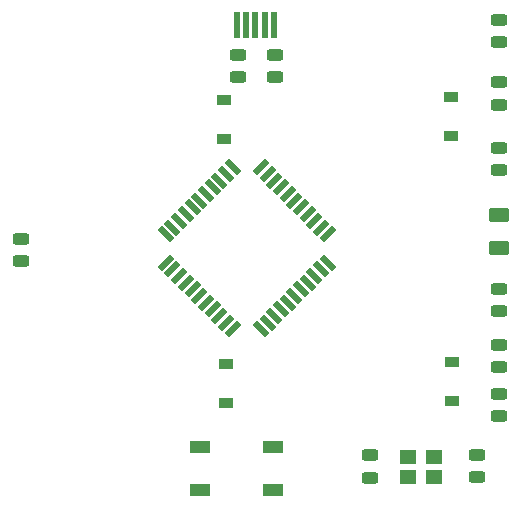
<source format=gbr>
G04 #@! TF.GenerationSoftware,KiCad,Pcbnew,7.0.1*
G04 #@! TF.CreationDate,2023-04-11T18:09:49-04:00*
G04 #@! TF.ProjectId,pikas-pcbs,70696b61-732d-4706-9362-732e6b696361,rev?*
G04 #@! TF.SameCoordinates,Original*
G04 #@! TF.FileFunction,Paste,Bot*
G04 #@! TF.FilePolarity,Positive*
%FSLAX46Y46*%
G04 Gerber Fmt 4.6, Leading zero omitted, Abs format (unit mm)*
G04 Created by KiCad (PCBNEW 7.0.1) date 2023-04-11 18:09:49*
%MOMM*%
%LPD*%
G01*
G04 APERTURE LIST*
G04 Aperture macros list*
%AMRoundRect*
0 Rectangle with rounded corners*
0 $1 Rounding radius*
0 $2 $3 $4 $5 $6 $7 $8 $9 X,Y pos of 4 corners*
0 Add a 4 corners polygon primitive as box body*
4,1,4,$2,$3,$4,$5,$6,$7,$8,$9,$2,$3,0*
0 Add four circle primitives for the rounded corners*
1,1,$1+$1,$2,$3*
1,1,$1+$1,$4,$5*
1,1,$1+$1,$6,$7*
1,1,$1+$1,$8,$9*
0 Add four rect primitives between the rounded corners*
20,1,$1+$1,$2,$3,$4,$5,0*
20,1,$1+$1,$4,$5,$6,$7,0*
20,1,$1+$1,$6,$7,$8,$9,0*
20,1,$1+$1,$8,$9,$2,$3,0*%
%AMRotRect*
0 Rectangle, with rotation*
0 The origin of the aperture is its center*
0 $1 length*
0 $2 width*
0 $3 Rotation angle, in degrees counterclockwise*
0 Add horizontal line*
21,1,$1,$2,0,0,$3*%
G04 Aperture macros list end*
%ADD10RoundRect,0.243750X0.456250X-0.243750X0.456250X0.243750X-0.456250X0.243750X-0.456250X-0.243750X0*%
%ADD11RoundRect,0.243750X-0.456250X0.243750X-0.456250X-0.243750X0.456250X-0.243750X0.456250X0.243750X0*%
%ADD12R,1.200000X0.900000*%
%ADD13RoundRect,0.250000X-0.625000X0.375000X-0.625000X-0.375000X0.625000X-0.375000X0.625000X0.375000X0*%
%ADD14R,1.800000X1.100000*%
%ADD15RotRect,1.500000X0.550000X315.000000*%
%ADD16RotRect,1.500000X0.550000X45.000000*%
%ADD17R,0.500000X2.250000*%
%ADD18R,1.400000X1.200000*%
G04 APERTURE END LIST*
D10*
X116363750Y-82471500D03*
X116363750Y-80596500D03*
D11*
X107346750Y-80645000D03*
X107346750Y-82520000D03*
X118268750Y-66531250D03*
X118268750Y-68406250D03*
X77755750Y-64183500D03*
X77755750Y-62308500D03*
X118268750Y-54625000D03*
X118268750Y-56500000D03*
X118268750Y-43800000D03*
X118268750Y-45675000D03*
X118268750Y-71293750D03*
X118268750Y-73168750D03*
D12*
X94996000Y-53847000D03*
X94996000Y-50547000D03*
X114173000Y-53592000D03*
X114173000Y-50292000D03*
X95123000Y-76199000D03*
X95123000Y-72899000D03*
X114300000Y-76072000D03*
X114300000Y-72772000D03*
D13*
X118268750Y-60325000D03*
X118268750Y-63125000D03*
D10*
X96170750Y-48641000D03*
X96170750Y-46766000D03*
D11*
X118268750Y-49068750D03*
X118268750Y-50943750D03*
X118268750Y-75406250D03*
X118268750Y-77281250D03*
D14*
X99143750Y-79906250D03*
X92943750Y-83606250D03*
X99143750Y-83606250D03*
X92943750Y-79906250D03*
D15*
X98103082Y-69977936D03*
X98668767Y-69412250D03*
X99234452Y-68846565D03*
X99800138Y-68280880D03*
X100365823Y-67715194D03*
X100931509Y-67149509D03*
X101497194Y-66583823D03*
X102062880Y-66018138D03*
X102628565Y-65452452D03*
X103194250Y-64886767D03*
X103759936Y-64321082D03*
D16*
X103759936Y-61916918D03*
X103194250Y-61351233D03*
X102628565Y-60785548D03*
X102062880Y-60219862D03*
X101497194Y-59654177D03*
X100931509Y-59088491D03*
X100365823Y-58522806D03*
X99800138Y-57957120D03*
X99234452Y-57391435D03*
X98668767Y-56825750D03*
X98103082Y-56260064D03*
D15*
X95698918Y-56260064D03*
X95133233Y-56825750D03*
X94567548Y-57391435D03*
X94001862Y-57957120D03*
X93436177Y-58522806D03*
X92870491Y-59088491D03*
X92304806Y-59654177D03*
X91739120Y-60219862D03*
X91173435Y-60785548D03*
X90607750Y-61351233D03*
X90042064Y-61916918D03*
D16*
X90042064Y-64321082D03*
X90607750Y-64886767D03*
X91173435Y-65452452D03*
X91739120Y-66018138D03*
X92304806Y-66583823D03*
X92870491Y-67149509D03*
X93436177Y-67715194D03*
X94001862Y-68280880D03*
X94567548Y-68846565D03*
X95133233Y-69412250D03*
X95698918Y-69977936D03*
D17*
X96031250Y-44187500D03*
X96831250Y-44187500D03*
X97631250Y-44187500D03*
X98431250Y-44187500D03*
X99231250Y-44187500D03*
D18*
X112712500Y-82440250D03*
X110512500Y-82440250D03*
X110512500Y-80740250D03*
X112712500Y-80740250D03*
D10*
X99250500Y-48611000D03*
X99250500Y-46736000D03*
M02*

</source>
